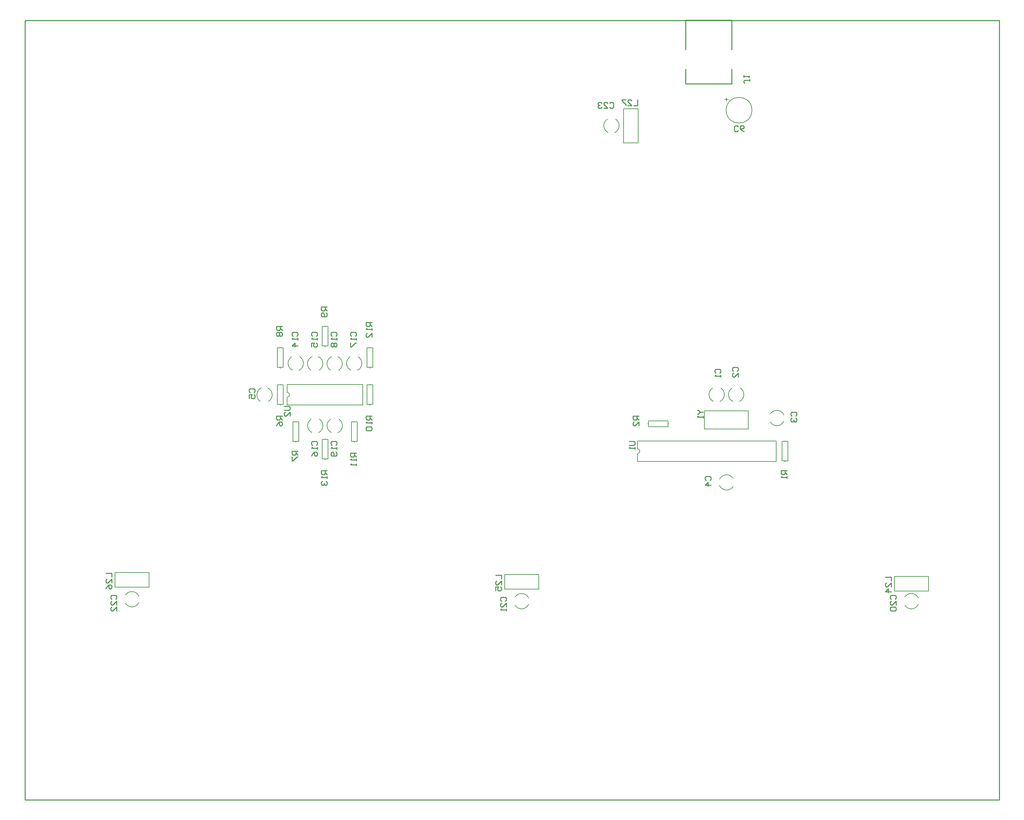
<source format=gbo>
%FSLAX23Y23*%
%MOIN*%
G70*
G01*
G75*
%ADD10C,0.020*%
%ADD11R,1.800X1.800*%
%ADD12C,0.010*%
%ADD13R,0.059X0.059*%
%ADD14C,0.059*%
%ADD15C,0.053*%
%ADD16R,0.053X0.053*%
%ADD17C,0.055*%
%ADD18P,0.055X8X0*%
%ADD19C,0.047*%
%ADD20R,0.047X0.047*%
%ADD21C,0.065*%
%ADD22C,0.180*%
%ADD23C,0.275*%
%ADD24C,0.050*%
%ADD25C,0.008*%
%ADD26C,0.006*%
D12*
X6780Y8006D02*
X7254D01*
Y7700D02*
Y8006D01*
X6780Y7700D02*
Y8006D01*
Y7352D02*
X7254D01*
X6780D02*
Y7500D01*
X7254Y7352D02*
Y7500D01*
X8831Y2289D02*
X8891D01*
Y2249D01*
Y2189D02*
Y2229D01*
X8851Y2189D01*
X8841D01*
X8831Y2199D01*
Y2219D01*
X8841Y2229D01*
X8891Y2139D02*
X8831D01*
X8861Y2169D01*
Y2129D01*
X3100Y5060D02*
X3040D01*
Y5030D01*
X3050Y5020D01*
X3070D01*
X3080Y5030D01*
Y5060D01*
Y5040D02*
X3100Y5020D01*
X3090Y5000D02*
X3100Y4990D01*
Y4970D01*
X3090Y4960D01*
X3050D01*
X3040Y4970D01*
Y4990D01*
X3050Y5000D01*
X3060D01*
X3070Y4990D01*
Y4960D01*
X2950Y4760D02*
X2940Y4770D01*
Y4790D01*
X2950Y4800D01*
X2990D01*
X3000Y4790D01*
Y4770D01*
X2990Y4760D01*
X3000Y4740D02*
Y4720D01*
Y4730D01*
X2940D01*
X2950Y4740D01*
X2940Y4650D02*
Y4690D01*
X2970D01*
X2960Y4670D01*
Y4660D01*
X2970Y4650D01*
X2990D01*
X3000Y4660D01*
Y4680D01*
X2990Y4690D01*
X2660Y4040D02*
X2710D01*
X2720Y4030D01*
Y4010D01*
X2710Y4000D01*
X2660D01*
X2720Y3940D02*
Y3980D01*
X2680Y3940D01*
X2670D01*
X2660Y3950D01*
Y3970D01*
X2670Y3980D01*
X3560Y4900D02*
X3500D01*
Y4870D01*
X3510Y4860D01*
X3530D01*
X3540Y4870D01*
Y4900D01*
Y4880D02*
X3560Y4860D01*
Y4840D02*
Y4820D01*
Y4830D01*
X3500D01*
X3510Y4840D01*
X3560Y4750D02*
Y4790D01*
X3520Y4750D01*
X3510D01*
X3500Y4760D01*
Y4780D01*
X3510Y4790D01*
X3400Y3560D02*
X3340D01*
Y3530D01*
X3350Y3520D01*
X3370D01*
X3380Y3530D01*
Y3560D01*
Y3540D02*
X3400Y3520D01*
Y3500D02*
Y3480D01*
Y3490D01*
X3340D01*
X3350Y3500D01*
X3400Y3450D02*
Y3430D01*
Y3440D01*
X3340D01*
X3350Y3450D01*
X3560Y3940D02*
X3500D01*
Y3910D01*
X3510Y3900D01*
X3530D01*
X3540Y3910D01*
Y3940D01*
Y3920D02*
X3560Y3900D01*
Y3880D02*
Y3860D01*
Y3870D01*
X3500D01*
X3510Y3880D01*
Y3830D02*
X3500Y3820D01*
Y3800D01*
X3510Y3790D01*
X3550D01*
X3560Y3800D01*
Y3820D01*
X3550Y3830D01*
X3510D01*
X3100Y3380D02*
X3040D01*
Y3350D01*
X3050Y3340D01*
X3070D01*
X3080Y3350D01*
Y3380D01*
Y3360D02*
X3100Y3340D01*
Y3320D02*
Y3300D01*
Y3310D01*
X3040D01*
X3050Y3320D01*
Y3270D02*
X3040Y3260D01*
Y3240D01*
X3050Y3230D01*
X3060D01*
X3070Y3240D01*
Y3250D01*
Y3240D01*
X3080Y3230D01*
X3090D01*
X3100Y3240D01*
Y3260D01*
X3090Y3270D01*
X2640Y4860D02*
X2580D01*
Y4830D01*
X2590Y4820D01*
X2610D01*
X2620Y4830D01*
Y4860D01*
Y4840D02*
X2640Y4820D01*
X2590Y4800D02*
X2580Y4790D01*
Y4770D01*
X2590Y4760D01*
X2600D01*
X2610Y4770D01*
X2620Y4760D01*
X2630D01*
X2640Y4770D01*
Y4790D01*
X2630Y4800D01*
X2620D01*
X2610Y4790D01*
X2600Y4800D01*
X2590D01*
X2610Y4790D02*
Y4770D01*
X2800Y3580D02*
X2740D01*
Y3550D01*
X2750Y3540D01*
X2770D01*
X2780Y3550D01*
Y3580D01*
Y3560D02*
X2800Y3540D01*
X2740Y3520D02*
Y3480D01*
X2750D01*
X2790Y3520D01*
X2800D01*
X2640Y3940D02*
X2580D01*
Y3910D01*
X2590Y3900D01*
X2610D01*
X2620Y3910D01*
Y3940D01*
Y3920D02*
X2640Y3900D01*
X2580Y3840D02*
X2590Y3860D01*
X2610Y3880D01*
X2630D01*
X2640Y3870D01*
Y3850D01*
X2630Y3840D01*
X2620D01*
X2610Y3850D01*
Y3880D01*
X3150Y3640D02*
X3140Y3650D01*
Y3670D01*
X3150Y3680D01*
X3190D01*
X3200Y3670D01*
Y3650D01*
X3190Y3640D01*
X3200Y3620D02*
Y3600D01*
Y3610D01*
X3140D01*
X3150Y3620D01*
X3190Y3570D02*
X3200Y3560D01*
Y3540D01*
X3190Y3530D01*
X3150D01*
X3140Y3540D01*
Y3560D01*
X3150Y3570D01*
X3160D01*
X3170Y3560D01*
Y3530D01*
X3150Y4760D02*
X3140Y4770D01*
Y4790D01*
X3150Y4800D01*
X3190D01*
X3200Y4790D01*
Y4770D01*
X3190Y4760D01*
X3200Y4740D02*
Y4720D01*
Y4730D01*
X3140D01*
X3150Y4740D01*
Y4690D02*
X3140Y4680D01*
Y4660D01*
X3150Y4650D01*
X3160D01*
X3170Y4660D01*
X3180Y4650D01*
X3190D01*
X3200Y4660D01*
Y4680D01*
X3190Y4690D01*
X3180D01*
X3170Y4680D01*
X3160Y4690D01*
X3150D01*
X3170Y4680D02*
Y4660D01*
X3350Y4760D02*
X3340Y4770D01*
Y4790D01*
X3350Y4800D01*
X3390D01*
X3400Y4790D01*
Y4770D01*
X3390Y4760D01*
X3400Y4740D02*
Y4720D01*
Y4730D01*
X3340D01*
X3350Y4740D01*
X3340Y4690D02*
Y4650D01*
X3350D01*
X3390Y4690D01*
X3400D01*
X2950Y3640D02*
X2940Y3650D01*
Y3670D01*
X2950Y3680D01*
X2990D01*
X3000Y3670D01*
Y3650D01*
X2990Y3640D01*
X3000Y3620D02*
Y3600D01*
Y3610D01*
X2940D01*
X2950Y3620D01*
X2940Y3530D02*
X2950Y3550D01*
X2970Y3570D01*
X2990D01*
X3000Y3560D01*
Y3540D01*
X2990Y3530D01*
X2980D01*
X2970Y3540D01*
Y3570D01*
X2750Y4760D02*
X2740Y4770D01*
Y4790D01*
X2750Y4800D01*
X2790D01*
X2800Y4790D01*
Y4770D01*
X2790Y4760D01*
X2800Y4740D02*
Y4720D01*
Y4730D01*
X2740D01*
X2750Y4740D01*
X2800Y4660D02*
X2740D01*
X2770Y4690D01*
Y4650D01*
X7090Y4380D02*
X7080Y4390D01*
Y4410D01*
X7090Y4420D01*
X7130D01*
X7140Y4410D01*
Y4390D01*
X7130Y4380D01*
X7140Y4360D02*
Y4340D01*
Y4350D01*
X7080D01*
X7090Y4360D01*
X7270Y4400D02*
X7260Y4410D01*
Y4430D01*
X7270Y4440D01*
X7310D01*
X7320Y4430D01*
Y4410D01*
X7310Y4400D01*
X7320Y4340D02*
Y4380D01*
X7280Y4340D01*
X7270D01*
X7260Y4350D01*
Y4370D01*
X7270Y4380D01*
X7870Y3940D02*
X7860Y3950D01*
Y3970D01*
X7870Y3980D01*
X7910D01*
X7920Y3970D01*
Y3950D01*
X7910Y3940D01*
X7870Y3920D02*
X7860Y3910D01*
Y3890D01*
X7870Y3880D01*
X7880D01*
X7890Y3890D01*
Y3900D01*
Y3890D01*
X7900Y3880D01*
X7910D01*
X7920Y3890D01*
Y3910D01*
X7910Y3920D01*
X8890Y2060D02*
X8880Y2070D01*
Y2090D01*
X8890Y2100D01*
X8930D01*
X8940Y2090D01*
Y2070D01*
X8930Y2060D01*
X8940Y2000D02*
Y2040D01*
X8900Y2000D01*
X8890D01*
X8880Y2010D01*
Y2030D01*
X8890Y2040D01*
Y1980D02*
X8880Y1970D01*
Y1950D01*
X8890Y1940D01*
X8930D01*
X8940Y1950D01*
Y1970D01*
X8930Y1980D01*
X8890D01*
X4890Y2040D02*
X4880Y2050D01*
Y2070D01*
X4890Y2080D01*
X4930D01*
X4940Y2070D01*
Y2050D01*
X4930Y2040D01*
X4940Y1980D02*
Y2020D01*
X4900Y1980D01*
X4890D01*
X4880Y1990D01*
Y2010D01*
X4890Y2020D01*
X4940Y1960D02*
Y1940D01*
Y1950D01*
X4880D01*
X4890Y1960D01*
X890Y2060D02*
X880Y2070D01*
Y2090D01*
X890Y2100D01*
X930D01*
X940Y2090D01*
Y2070D01*
X930Y2060D01*
X940Y2000D02*
Y2040D01*
X900Y2000D01*
X890D01*
X880Y2010D01*
Y2030D01*
X890Y2040D01*
X940Y1940D02*
Y1980D01*
X900Y1940D01*
X890D01*
X880Y1950D01*
Y1970D01*
X890Y1980D01*
X6000Y7150D02*
X6010Y7160D01*
X6030D01*
X6040Y7150D01*
Y7110D01*
X6030Y7100D01*
X6010D01*
X6000Y7110D01*
X5940Y7100D02*
X5980D01*
X5940Y7140D01*
Y7150D01*
X5950Y7160D01*
X5970D01*
X5980Y7150D01*
X5920D02*
X5910Y7160D01*
X5890D01*
X5880Y7150D01*
Y7140D01*
X5890Y7130D01*
X5900D01*
X5890D01*
X5880Y7120D01*
Y7110D01*
X5890Y7100D01*
X5910D01*
X5920Y7110D01*
X7438Y7397D02*
Y7377D01*
Y7387D01*
X7388D01*
X7378Y7377D01*
Y7367D01*
X7388Y7357D01*
X7378Y7417D02*
Y7437D01*
Y7427D01*
X7438D01*
X7428Y7417D01*
X4831Y2309D02*
X4891D01*
Y2269D01*
Y2209D02*
Y2249D01*
X4851Y2209D01*
X4841D01*
X4831Y2219D01*
Y2239D01*
X4841Y2249D01*
X4831Y2149D02*
Y2189D01*
X4861D01*
X4851Y2169D01*
Y2159D01*
X4861Y2149D01*
X4881D01*
X4891Y2159D01*
Y2179D01*
X4881Y2189D01*
X831Y2329D02*
X891D01*
Y2289D01*
Y2229D02*
Y2269D01*
X851Y2229D01*
X841D01*
X831Y2239D01*
Y2259D01*
X841Y2269D01*
X831Y2169D02*
X841Y2189D01*
X861Y2209D01*
X881D01*
X891Y2199D01*
Y2179D01*
X881Y2169D01*
X871D01*
X861Y2179D01*
Y2209D01*
X6289Y7189D02*
Y7129D01*
X6249D01*
X6189D02*
X6229D01*
X6189Y7169D01*
Y7179D01*
X6199Y7189D01*
X6219D01*
X6229Y7179D01*
X6169Y7189D02*
X6129D01*
Y7179D01*
X6169Y7139D01*
Y7129D01*
X7820Y3380D02*
X7760D01*
Y3350D01*
X7770Y3340D01*
X7790D01*
X7800Y3350D01*
Y3380D01*
Y3360D02*
X7820Y3340D01*
Y3320D02*
Y3300D01*
Y3310D01*
X7760D01*
X7770Y3320D01*
X6300Y3940D02*
X6240D01*
Y3910D01*
X6250Y3900D01*
X6270D01*
X6280Y3910D01*
Y3940D01*
Y3920D02*
X6300Y3900D01*
Y3840D02*
Y3880D01*
X6260Y3840D01*
X6250D01*
X6240Y3850D01*
Y3870D01*
X6250Y3880D01*
X6200Y3680D02*
X6250D01*
X6260Y3670D01*
Y3650D01*
X6250Y3640D01*
X6200D01*
X6260Y3620D02*
Y3600D01*
Y3610D01*
X6200D01*
X6210Y3620D01*
X6900Y4000D02*
X6910D01*
X6930Y3980D01*
X6910Y3960D01*
X6900D01*
X6930Y3980D02*
X6960D01*
Y3940D02*
Y3920D01*
Y3930D01*
X6900D01*
X6910Y3940D01*
X6990Y3280D02*
X6980Y3290D01*
Y3310D01*
X6990Y3320D01*
X7030D01*
X7040Y3310D01*
Y3290D01*
X7030Y3280D01*
X7040Y3230D02*
X6980D01*
X7010Y3260D01*
Y3220D01*
X2310Y4180D02*
X2300Y4190D01*
Y4210D01*
X2310Y4220D01*
X2350D01*
X2360Y4210D01*
Y4190D01*
X2350Y4180D01*
X2300Y4120D02*
Y4160D01*
X2330D01*
X2320Y4140D01*
Y4130D01*
X2330Y4120D01*
X2350D01*
X2360Y4130D01*
Y4150D01*
X2350Y4160D01*
X7320Y6870D02*
X7310Y6860D01*
X7290D01*
X7280Y6870D01*
Y6910D01*
X7290Y6920D01*
X7310D01*
X7320Y6910D01*
X7380Y6860D02*
X7360Y6870D01*
X7340Y6890D01*
Y6910D01*
X7350Y6920D01*
X7370D01*
X7380Y6910D01*
Y6900D01*
X7370Y6890D01*
X7340D01*
X0Y0D02*
X10000D01*
Y8000D01*
X0D02*
X10000D01*
X0Y0D02*
Y8000D01*
D25*
X2692Y4135D02*
G03*
X2692Y4185I0J25D01*
G01*
X2738Y4548D02*
G03*
X2747Y4410I42J-66D01*
G01*
X2813D02*
G03*
X2822Y4548I-33J72D01*
G01*
X3222Y4412D02*
G03*
X3213Y4550I-42J66D01*
G01*
X3147D02*
G03*
X3138Y4412I33J-72D01*
G01*
X3338Y4548D02*
G03*
X3347Y4410I42J-66D01*
G01*
X3413D02*
G03*
X3422Y4548I-33J72D01*
G01*
X3022Y4412D02*
G03*
X3013Y4550I-42J66D01*
G01*
X2947D02*
G03*
X2938Y4412I33J-72D01*
G01*
X3138Y3908D02*
G03*
X3147Y3770I42J-66D01*
G01*
X3213D02*
G03*
X3222Y3908I-33J72D01*
G01*
X2938D02*
G03*
X2947Y3770I42J-66D01*
G01*
X3013D02*
G03*
X3022Y3908I-33J72D01*
G01*
X6287Y3555D02*
G03*
X6287Y3605I0J25D01*
G01*
X7652Y3878D02*
G03*
X7790Y3887I66J42D01*
G01*
Y3953D02*
G03*
X7652Y3962I-72J-33D01*
G01*
X7258Y4228D02*
G03*
X7267Y4090I42J-66D01*
G01*
X7333D02*
G03*
X7342Y4228I-33J72D01*
G01*
X7058D02*
G03*
X7067Y4090I42J-66D01*
G01*
X7133D02*
G03*
X7142Y4228I-33J72D01*
G01*
X9032Y1998D02*
G03*
X9170Y2007I66J42D01*
G01*
Y2073D02*
G03*
X9032Y2082I-72J-33D01*
G01*
X1032Y2018D02*
G03*
X1170Y2027I66J42D01*
G01*
Y2093D02*
G03*
X1032Y2102I-72J-33D01*
G01*
X5978Y6988D02*
G03*
X5987Y6850I42J-66D01*
G01*
X6053D02*
G03*
X6062Y6988I-33J72D01*
G01*
X5032Y1998D02*
G03*
X5170Y2007I66J42D01*
G01*
Y2073D02*
G03*
X5032Y2082I-72J-33D01*
G01*
X7268Y3302D02*
G03*
X7130Y3293I-66J-42D01*
G01*
Y3227D02*
G03*
X7268Y3218I72J33D01*
G01*
X2502Y4092D02*
G03*
X2493Y4230I-42J66D01*
G01*
X2427D02*
G03*
X2418Y4092I33J-72D01*
G01*
X7462Y7080D02*
G03*
X7462Y7080I-132J0D01*
G01*
X2692Y4185D02*
Y4264D01*
Y4056D02*
Y4135D01*
X3468Y4056D02*
Y4264D01*
X2692D02*
X3468D01*
X2692Y4056D02*
X3468D01*
X3080Y4651D02*
Y4660D01*
Y4860D02*
Y4869D01*
Y4660D02*
X3110D01*
Y4860D01*
X3050D02*
X3110D01*
X3050Y4660D02*
Y4860D01*
Y4660D02*
X3080D01*
X3540Y4431D02*
Y4440D01*
Y4640D02*
Y4649D01*
Y4440D02*
X3570D01*
Y4640D01*
X3510D02*
X3570D01*
X3510Y4440D02*
Y4640D01*
Y4440D02*
X3540D01*
Y4051D02*
Y4060D01*
Y4260D02*
Y4269D01*
Y4060D02*
X3570D01*
Y4260D01*
X3510D02*
X3570D01*
X3510Y4060D02*
Y4260D01*
Y4060D02*
X3540D01*
X3380Y3880D02*
Y3889D01*
Y3671D02*
Y3680D01*
X3350Y3880D02*
X3380D01*
X3350Y3680D02*
Y3880D01*
Y3680D02*
X3410D01*
Y3880D01*
X3380D02*
X3410D01*
X3080Y3700D02*
Y3709D01*
Y3491D02*
Y3500D01*
X3050Y3700D02*
X3080D01*
X3050Y3500D02*
Y3700D01*
Y3500D02*
X3110D01*
Y3700D01*
X3080D02*
X3110D01*
X2620Y4431D02*
Y4440D01*
Y4640D02*
Y4649D01*
Y4440D02*
X2650D01*
Y4640D01*
X2590D02*
X2650D01*
X2590Y4440D02*
Y4640D01*
Y4440D02*
X2620D01*
Y4051D02*
Y4060D01*
Y4260D02*
Y4269D01*
Y4060D02*
X2650D01*
Y4260D01*
X2590D02*
X2650D01*
X2590Y4060D02*
Y4260D01*
Y4060D02*
X2620D01*
X2780Y3880D02*
Y3889D01*
Y3671D02*
Y3680D01*
X2750Y3880D02*
X2780D01*
X2750Y3680D02*
Y3880D01*
Y3680D02*
X2810D01*
Y3880D01*
X2780D02*
X2810D01*
X6287Y3605D02*
Y3684D01*
Y3476D02*
Y3555D01*
X7713Y3476D02*
Y3684D01*
X6287D02*
X7713D01*
X6287Y3476D02*
X7713D01*
X6976Y3993D02*
X7424D01*
Y3807D02*
Y3993D01*
X6976Y3807D02*
X7424D01*
X6976D02*
Y3993D01*
X7800Y3471D02*
Y3480D01*
Y3680D02*
Y3689D01*
Y3480D02*
X7830D01*
Y3680D01*
X7770D02*
X7830D01*
X7770Y3480D02*
Y3680D01*
Y3480D02*
X7800D01*
X6600Y3860D02*
X6609D01*
X6391D02*
X6400D01*
X6600D02*
Y3890D01*
X6400D02*
X6600D01*
X6400Y3830D02*
Y3890D01*
Y3830D02*
X6600D01*
Y3860D01*
X8925Y2145D02*
Y2295D01*
Y2145D02*
X9275D01*
Y2295D01*
X8925D02*
X9275D01*
X925Y2185D02*
Y2335D01*
Y2185D02*
X1275D01*
Y2335D01*
X925D02*
X1275D01*
X6145Y7095D02*
X6295D01*
X6145Y6745D02*
Y7095D01*
Y6745D02*
X6295D01*
Y7095D01*
X4925Y2165D02*
Y2315D01*
Y2165D02*
X5275D01*
Y2315D01*
X4925D02*
X5275D01*
D26*
X7220Y7190D02*
X7181D01*
X7200Y7209D02*
Y7170D01*
M02*

</source>
